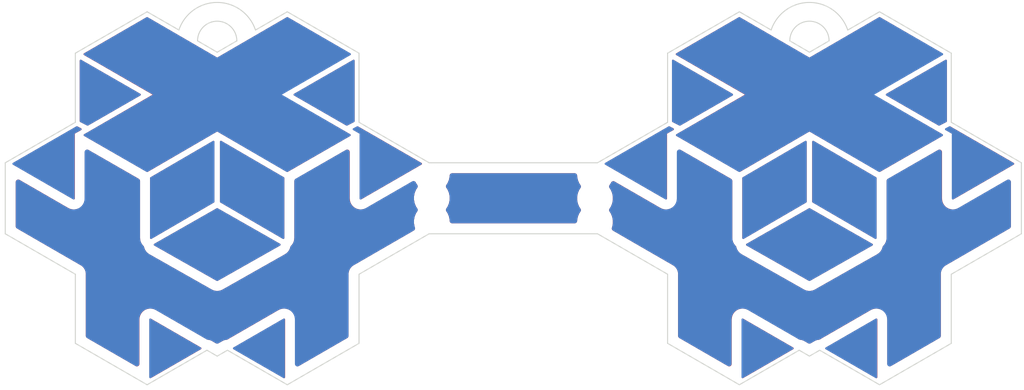
<source format=kicad_pcb>
(kicad_pcb (version 20171130) (host pcbnew "(5.1.5)-3")

  (general
    (thickness 1.6)
    (drawings 48)
    (tracks 0)
    (zones 0)
    (modules 10)
    (nets 1)
  )

  (page A4)
  (layers
    (0 F.Cu signal)
    (31 B.Cu signal)
    (32 B.Adhes user)
    (33 F.Adhes user)
    (34 B.Paste user)
    (35 F.Paste user)
    (36 B.SilkS user)
    (37 F.SilkS user)
    (38 B.Mask user)
    (39 F.Mask user)
    (40 Dwgs.User user hide)
    (41 Cmts.User user)
    (42 Eco1.User user)
    (43 Eco2.User user)
    (44 Edge.Cuts user)
    (45 Margin user)
    (46 B.CrtYd user hide)
    (47 F.CrtYd user hide)
    (48 B.Fab user hide)
    (49 F.Fab user hide)
  )

  (setup
    (last_trace_width 0.25)
    (trace_clearance 0.2)
    (zone_clearance 0.508)
    (zone_45_only no)
    (trace_min 0.2)
    (via_size 0.8)
    (via_drill 0.4)
    (via_min_size 0.4)
    (via_min_drill 0.3)
    (uvia_size 0.3)
    (uvia_drill 0.1)
    (uvias_allowed no)
    (uvia_min_size 0.2)
    (uvia_min_drill 0.1)
    (edge_width 0.05)
    (segment_width 0.2)
    (pcb_text_width 0.3)
    (pcb_text_size 1.5 1.5)
    (mod_edge_width 0.12)
    (mod_text_size 1 1)
    (mod_text_width 0.15)
    (pad_size 1.524 1.524)
    (pad_drill 0.762)
    (pad_to_mask_clearance 0.051)
    (solder_mask_min_width 0.25)
    (aux_axis_origin 0 0)
    (visible_elements 7FFFFFFF)
    (pcbplotparams
      (layerselection 0x010f0_ffffffff)
      (usegerberextensions true)
      (usegerberattributes false)
      (usegerberadvancedattributes false)
      (creategerberjobfile false)
      (excludeedgelayer true)
      (linewidth 0.100000)
      (plotframeref false)
      (viasonmask false)
      (mode 1)
      (useauxorigin false)
      (hpglpennumber 1)
      (hpglpenspeed 20)
      (hpglpendiameter 15.000000)
      (psnegative false)
      (psa4output false)
      (plotreference true)
      (plotvalue true)
      (plotinvisibletext false)
      (padsonsilk false)
      (subtractmaskfromsilk true)
      (outputformat 1)
      (mirror false)
      (drillshape 0)
      (scaleselection 1)
      (outputdirectory "../gerbers/"))
  )

  (net 0 "")

  (net_class Default "This is the default net class."
    (clearance 0.2)
    (trace_width 0.25)
    (via_dia 0.8)
    (via_drill 0.4)
    (uvia_dia 0.3)
    (uvia_drill 0.1)
  )

  (module keyboard_parts:panelhole (layer F.Cu) (tedit 5E65E791) (tstamp 5E94CA85)
    (at 207.16 101.35)
    (fp_text reference REF** (at 0.02 1.65) (layer Dwgs.User) hide
      (effects (font (size 1 1) (thickness 0.15)))
    )
    (fp_text value panelhole (at -0.01 -1.25) (layer F.Fab)
      (effects (font (size 1 1) (thickness 0.15)))
    )
    (pad "" np_thru_hole circle (at 0 0) (size 0.8 0.8) (drill 0.8) (layers *.Cu *.Mask))
  )

  (module keyboard_parts:panelhole (layer F.Cu) (tedit 5E65E791) (tstamp 5E94CA81)
    (at 207.16 98.95)
    (fp_text reference REF** (at 0.02 1.65) (layer Dwgs.User) hide
      (effects (font (size 1 1) (thickness 0.15)))
    )
    (fp_text value panelhole (at -0.01 -1.25) (layer F.Fab)
      (effects (font (size 1 1) (thickness 0.15)))
    )
    (pad "" np_thru_hole circle (at 0 0) (size 0.8 0.8) (drill 0.8) (layers *.Cu *.Mask))
  )

  (module keyboard_parts:panelhole (layer F.Cu) (tedit 5E65E791) (tstamp 5E94CA7D)
    (at 207.16 100.15)
    (fp_text reference REF** (at 0.02 1.65) (layer Dwgs.User) hide
      (effects (font (size 1 1) (thickness 0.15)))
    )
    (fp_text value panelhole (at -0.01 -1.25) (layer F.Fab)
      (effects (font (size 1 1) (thickness 0.15)))
    )
    (pad "" np_thru_hole circle (at 0 0) (size 0.8 0.8) (drill 0.8) (layers *.Cu *.Mask))
  )

  (module keyboard_parts:panelhole (layer F.Cu) (tedit 5E65E791) (tstamp 5E94CA5B)
    (at 198.85 101.34)
    (fp_text reference REF** (at 0.02 1.65) (layer Dwgs.User) hide
      (effects (font (size 1 1) (thickness 0.15)))
    )
    (fp_text value panelhole (at -0.01 -1.25) (layer F.Fab)
      (effects (font (size 1 1) (thickness 0.15)))
    )
    (pad "" np_thru_hole circle (at 0 0) (size 0.8 0.8) (drill 0.8) (layers *.Cu *.Mask))
  )

  (module keyboard_parts:panelhole (layer F.Cu) (tedit 5E65E791) (tstamp 5E94CA17)
    (at 198.85 100.14)
    (fp_text reference REF** (at 0.02 1.65) (layer Dwgs.User) hide
      (effects (font (size 1 1) (thickness 0.15)))
    )
    (fp_text value panelhole (at -0.01 -1.25) (layer F.Fab)
      (effects (font (size 1 1) (thickness 0.15)))
    )
    (pad "" np_thru_hole circle (at 0 0) (size 0.8 0.8) (drill 0.8) (layers *.Cu *.Mask))
  )

  (module keyboard_parts:panelhole (layer F.Cu) (tedit 5E65E791) (tstamp 5E94CA06)
    (at 198.85 98.94)
    (fp_text reference REF** (at 0.02 1.65) (layer Dwgs.User) hide
      (effects (font (size 1 1) (thickness 0.15)))
    )
    (fp_text value panelhole (at -0.01 -1.25) (layer F.Fab)
      (effects (font (size 1 1) (thickness 0.15)))
    )
    (pad "" np_thru_hole circle (at 0 0) (size 0.8 0.8) (drill 0.8) (layers *.Cu *.Mask))
  )

  (module Used_Footprints:Charm (layer F.Cu) (tedit 5E946857) (tstamp 5E94C81F)
    (at 218.08 100.46)
    (fp_text reference REF** (at 0.58 -28.19) (layer Dwgs.User) hide
      (effects (font (size 1 1) (thickness 0.15)))
    )
    (fp_text value Charm (at 0.58 -29.19) (layer F.Fab) hide
      (effects (font (size 1 1) (thickness 0.15)))
    )
    (fp_poly (pts (xy -0.19 -0.14) (xy -3.37 1.71) (xy -3.37 -1.34) (xy -0.19 -3.19)) (layer F.Cu) (width 0.1))
    (fp_poly (pts (xy 0.19 -0.14) (xy 3.37 1.71) (xy 3.37 -1.34) (xy 0.19 -3.19)) (layer F.Cu) (width 0.1))
    (fp_poly (pts (xy 3.18 2.05) (xy 0 3.85) (xy -3.18 2.05) (xy 0 0.24)) (layer F.Cu) (width 0.1))
    (fp_poly (pts (xy -0.85 7.33) (xy -3.4 8.8) (xy -3.4 5.86)) (layer F.Cu) (width 0.1))
    (fp_poly (pts (xy 10.38 -2.07) (xy 7.31 -0.3) (xy 7.31 -3.63) (xy 6.96 -3.83)
      (xy 7.15 -3.93)) (layer F.Cu) (width 0.1))
    (fp_poly (pts (xy 0.86 7.33) (xy 3.41 8.8) (xy 3.41 5.86)) (layer F.Cu) (width 0.1))
    (fp_poly (pts (xy -10.37 -2.07) (xy -7.3 -0.3) (xy -7.3 -3.63) (xy -6.95 -3.83)
      (xy -7.14 -3.93)) (layer F.Cu) (width 0.1))
    (fp_poly (pts (xy -3.94 -5.59) (xy -6.6 -4.06) (xy -6.95 -4.24) (xy -6.95 -7.32)) (layer F.Cu) (width 0.1))
    (fp_poly (pts (xy 3.94 -5.59) (xy 6.6 -4.06) (xy 6.95 -4.24) (xy 6.95 -7.32)) (layer F.Cu) (width 0.1))
    (fp_poly (pts (xy 0 -7.42) (xy 3.57 -9.49) (xy 6.75 -7.65) (xy 3.17 -5.59)
      (xy 6.75 -3.53) (xy 3.57 -1.7) (xy 0 -3.77) (xy -3.56 -1.7)
      (xy -6.75 -3.53) (xy -3.19 -5.59) (xy -6.76 -7.65) (xy -3.57 -9.49)) (layer F.Cu) (width 0.1))
    (fp_poly (pts (xy -0.85 7.33) (xy -3.4 8.8) (xy -3.4 5.86)) (layer F.Paste) (width 0.1))
    (fp_poly (pts (xy -0.85 7.33) (xy -3.4 8.8) (xy -3.4 5.86)) (layer F.Mask) (width 0.1))
    (fp_poly (pts (xy 0.86 7.33) (xy 3.41 8.8) (xy 3.41 5.86)) (layer F.Paste) (width 0.1))
    (fp_poly (pts (xy 0.86 7.33) (xy 3.41 8.8) (xy 3.41 5.86)) (layer F.Mask) (width 0.1))
    (fp_poly (pts (xy 3.18 2.05) (xy 0 3.85) (xy -3.18 2.05) (xy 0 0.24)) (layer F.Paste) (width 0.1))
    (fp_poly (pts (xy 3.18 2.05) (xy 0 3.85) (xy -3.18 2.05) (xy 0 0.24)) (layer F.Mask) (width 0.1))
    (fp_poly (pts (xy 0.19 -0.14) (xy 3.37 1.71) (xy 3.37 -1.34) (xy 0.19 -3.19)) (layer F.Paste) (width 0.1))
    (fp_poly (pts (xy 0.19 -0.14) (xy 3.37 1.71) (xy 3.37 -1.34) (xy 0.19 -3.19)) (layer F.Mask) (width 0.1))
    (fp_poly (pts (xy -0.19 -0.14) (xy -3.37 1.71) (xy -3.37 -1.34) (xy -0.19 -3.19)) (layer F.Paste) (width 0.1))
    (fp_poly (pts (xy -0.19 -0.14) (xy -3.37 1.71) (xy -3.37 -1.34) (xy -0.19 -3.19)) (layer F.Mask) (width 0.1))
    (fp_poly (pts (xy 10.38 -2.07) (xy 7.31 -0.3) (xy 7.31 -3.63) (xy 6.96 -3.83)
      (xy 7.15 -3.93)) (layer F.Paste) (width 0.1))
    (fp_poly (pts (xy 10.38 -2.07) (xy 7.31 -0.3) (xy 7.31 -3.63) (xy 6.96 -3.83)
      (xy 7.15 -3.93)) (layer F.Mask) (width 0.1))
    (fp_poly (pts (xy -10.37 -2.07) (xy -7.3 -0.3) (xy -7.3 -3.63) (xy -6.95 -3.83)
      (xy -7.14 -3.93)) (layer F.Paste) (width 0.1))
    (fp_poly (pts (xy -10.37 -2.07) (xy -7.3 -0.3) (xy -7.3 -3.63) (xy -6.95 -3.83)
      (xy -7.14 -3.93)) (layer F.Mask) (width 0.1))
    (fp_poly (pts (xy 0 -7.42) (xy 3.57 -9.49) (xy 6.75 -7.65) (xy 3.17 -5.59)
      (xy 6.75 -3.53) (xy 3.57 -1.7) (xy 0 -3.77) (xy -3.56 -1.7)
      (xy -6.75 -3.53) (xy -3.19 -5.59) (xy -6.76 -7.65) (xy -3.57 -9.49)) (layer F.Paste) (width 0.1))
    (fp_poly (pts (xy 0 -7.42) (xy 3.57 -9.49) (xy 6.75 -7.65) (xy 3.17 -5.59)
      (xy 6.75 -3.53) (xy 3.57 -1.7) (xy 0 -3.77) (xy -3.56 -1.7)
      (xy -6.75 -3.53) (xy -3.19 -5.59) (xy -6.76 -7.65) (xy -3.57 -9.49)) (layer F.Mask) (width 0.1))
    (fp_poly (pts (xy 3.94 -5.59) (xy 6.6 -4.06) (xy 6.95 -4.24) (xy 6.95 -7.32)) (layer F.Paste) (width 0.1))
    (fp_poly (pts (xy 3.94 -5.59) (xy 6.6 -4.06) (xy 6.95 -4.24) (xy 6.95 -7.32)) (layer F.Mask) (width 0.1))
    (fp_poly (pts (xy -3.94 -5.59) (xy -6.6 -4.06) (xy -6.95 -4.24) (xy -6.95 -7.32)) (layer F.Paste) (width 0.1))
    (fp_poly (pts (xy -3.94 -5.59) (xy -6.6 -4.06) (xy -6.95 -4.24) (xy -6.95 -7.32)) (layer F.Mask) (width 0.1))
  )

  (module Used_Footprints:Charm (layer B.Cu) (tedit 5E946857) (tstamp 5E94C6DC)
    (at 218.08 100.46 180)
    (fp_text reference REF** (at 0.58 28.19) (layer Dwgs.User) hide
      (effects (font (size 1 1) (thickness 0.15)) (justify mirror))
    )
    (fp_text value Charm (at 0.58 29.19) (layer B.Fab) hide
      (effects (font (size 1 1) (thickness 0.15)) (justify mirror))
    )
    (fp_poly (pts (xy -3.94 5.59) (xy -6.6 4.06) (xy -6.95 4.24) (xy -6.95 7.32)) (layer B.Mask) (width 0.1))
    (fp_poly (pts (xy -3.94 5.59) (xy -6.6 4.06) (xy -6.95 4.24) (xy -6.95 7.32)) (layer B.Paste) (width 0.1))
    (fp_poly (pts (xy 3.94 5.59) (xy 6.6 4.06) (xy 6.95 4.24) (xy 6.95 7.32)) (layer B.Mask) (width 0.1))
    (fp_poly (pts (xy 3.94 5.59) (xy 6.6 4.06) (xy 6.95 4.24) (xy 6.95 7.32)) (layer B.Paste) (width 0.1))
    (fp_poly (pts (xy 0 7.42) (xy 3.57 9.49) (xy 6.75 7.65) (xy 3.17 5.59)
      (xy 6.75 3.53) (xy 3.57 1.7) (xy 0 3.77) (xy -3.56 1.7)
      (xy -6.75 3.53) (xy -3.19 5.59) (xy -6.76 7.65) (xy -3.57 9.49)) (layer B.Mask) (width 0.1))
    (fp_poly (pts (xy 0 7.42) (xy 3.57 9.49) (xy 6.75 7.65) (xy 3.17 5.59)
      (xy 6.75 3.53) (xy 3.57 1.7) (xy 0 3.77) (xy -3.56 1.7)
      (xy -6.75 3.53) (xy -3.19 5.59) (xy -6.76 7.65) (xy -3.57 9.49)) (layer B.Paste) (width 0.1))
    (fp_poly (pts (xy -10.37 2.07) (xy -7.3 0.3) (xy -7.3 3.63) (xy -6.95 3.83)
      (xy -7.14 3.93)) (layer B.Mask) (width 0.1))
    (fp_poly (pts (xy -10.37 2.07) (xy -7.3 0.3) (xy -7.3 3.63) (xy -6.95 3.83)
      (xy -7.14 3.93)) (layer B.Paste) (width 0.1))
    (fp_poly (pts (xy 10.38 2.07) (xy 7.31 0.3) (xy 7.31 3.63) (xy 6.96 3.83)
      (xy 7.15 3.93)) (layer B.Mask) (width 0.1))
    (fp_poly (pts (xy 10.38 2.07) (xy 7.31 0.3) (xy 7.31 3.63) (xy 6.96 3.83)
      (xy 7.15 3.93)) (layer B.Paste) (width 0.1))
    (fp_poly (pts (xy -0.19 0.14) (xy -3.37 -1.71) (xy -3.37 1.34) (xy -0.19 3.19)) (layer B.Mask) (width 0.1))
    (fp_poly (pts (xy -0.19 0.14) (xy -3.37 -1.71) (xy -3.37 1.34) (xy -0.19 3.19)) (layer B.Paste) (width 0.1))
    (fp_poly (pts (xy 0.19 0.14) (xy 3.37 -1.71) (xy 3.37 1.34) (xy 0.19 3.19)) (layer B.Mask) (width 0.1))
    (fp_poly (pts (xy 0.19 0.14) (xy 3.37 -1.71) (xy 3.37 1.34) (xy 0.19 3.19)) (layer B.Paste) (width 0.1))
    (fp_poly (pts (xy 3.18 -2.05) (xy 0 -3.85) (xy -3.18 -2.05) (xy 0 -0.24)) (layer B.Mask) (width 0.1))
    (fp_poly (pts (xy 3.18 -2.05) (xy 0 -3.85) (xy -3.18 -2.05) (xy 0 -0.24)) (layer B.Paste) (width 0.1))
    (fp_poly (pts (xy 0.86 -7.33) (xy 3.41 -8.8) (xy 3.41 -5.86)) (layer B.Mask) (width 0.1))
    (fp_poly (pts (xy 0.86 -7.33) (xy 3.41 -8.8) (xy 3.41 -5.86)) (layer B.Paste) (width 0.1))
    (fp_poly (pts (xy -0.85 -7.33) (xy -3.4 -8.8) (xy -3.4 -5.86)) (layer B.Mask) (width 0.1))
    (fp_poly (pts (xy -0.85 -7.33) (xy -3.4 -8.8) (xy -3.4 -5.86)) (layer B.Paste) (width 0.1))
    (fp_poly (pts (xy 0 7.42) (xy 3.57 9.49) (xy 6.75 7.65) (xy 3.17 5.59)
      (xy 6.75 3.53) (xy 3.57 1.7) (xy 0 3.77) (xy -3.56 1.7)
      (xy -6.75 3.53) (xy -3.19 5.59) (xy -6.76 7.65) (xy -3.57 9.49)) (layer B.Cu) (width 0.1))
    (fp_poly (pts (xy 3.94 5.59) (xy 6.6 4.06) (xy 6.95 4.24) (xy 6.95 7.32)) (layer B.Cu) (width 0.1))
    (fp_poly (pts (xy -3.94 5.59) (xy -6.6 4.06) (xy -6.95 4.24) (xy -6.95 7.32)) (layer B.Cu) (width 0.1))
    (fp_poly (pts (xy -10.37 2.07) (xy -7.3 0.3) (xy -7.3 3.63) (xy -6.95 3.83)
      (xy -7.14 3.93)) (layer B.Cu) (width 0.1))
    (fp_poly (pts (xy 0.86 -7.33) (xy 3.41 -8.8) (xy 3.41 -5.86)) (layer B.Cu) (width 0.1))
    (fp_poly (pts (xy 10.38 2.07) (xy 7.31 0.3) (xy 7.31 3.63) (xy 6.96 3.83)
      (xy 7.15 3.93)) (layer B.Cu) (width 0.1))
    (fp_poly (pts (xy -0.85 -7.33) (xy -3.4 -8.8) (xy -3.4 -5.86)) (layer B.Cu) (width 0.1))
    (fp_poly (pts (xy 3.18 -2.05) (xy 0 -3.85) (xy -3.18 -2.05) (xy 0 -0.24)) (layer B.Cu) (width 0.1))
    (fp_poly (pts (xy 0.19 0.14) (xy 3.37 -1.71) (xy 3.37 1.34) (xy 0.19 3.19)) (layer B.Cu) (width 0.1))
    (fp_poly (pts (xy -0.19 0.14) (xy -3.37 -1.71) (xy -3.37 1.34) (xy -0.19 3.19)) (layer B.Cu) (width 0.1))
  )

  (module Used_Footprints:Charm (layer B.Cu) (tedit 5E946857) (tstamp 5E94C386)
    (at 187.92 100.46 180)
    (fp_text reference REF** (at 0.58 28.19) (layer Dwgs.User) hide
      (effects (font (size 1 1) (thickness 0.15)) (justify mirror))
    )
    (fp_text value Charm (at 0.58 29.19) (layer B.Fab) hide
      (effects (font (size 1 1) (thickness 0.15)) (justify mirror))
    )
    (fp_poly (pts (xy -0.19 0.14) (xy -3.37 -1.71) (xy -3.37 1.34) (xy -0.19 3.19)) (layer B.Cu) (width 0.1))
    (fp_poly (pts (xy 0.19 0.14) (xy 3.37 -1.71) (xy 3.37 1.34) (xy 0.19 3.19)) (layer B.Cu) (width 0.1))
    (fp_poly (pts (xy 3.18 -2.05) (xy 0 -3.85) (xy -3.18 -2.05) (xy 0 -0.24)) (layer B.Cu) (width 0.1))
    (fp_poly (pts (xy -0.85 -7.33) (xy -3.4 -8.8) (xy -3.4 -5.86)) (layer B.Cu) (width 0.1))
    (fp_poly (pts (xy 10.38 2.07) (xy 7.31 0.3) (xy 7.31 3.63) (xy 6.96 3.83)
      (xy 7.15 3.93)) (layer B.Cu) (width 0.1))
    (fp_poly (pts (xy 0.86 -7.33) (xy 3.41 -8.8) (xy 3.41 -5.86)) (layer B.Cu) (width 0.1))
    (fp_poly (pts (xy -10.37 2.07) (xy -7.3 0.3) (xy -7.3 3.63) (xy -6.95 3.83)
      (xy -7.14 3.93)) (layer B.Cu) (width 0.1))
    (fp_poly (pts (xy -3.94 5.59) (xy -6.6 4.06) (xy -6.95 4.24) (xy -6.95 7.32)) (layer B.Cu) (width 0.1))
    (fp_poly (pts (xy 3.94 5.59) (xy 6.6 4.06) (xy 6.95 4.24) (xy 6.95 7.32)) (layer B.Cu) (width 0.1))
    (fp_poly (pts (xy 0 7.42) (xy 3.57 9.49) (xy 6.75 7.65) (xy 3.17 5.59)
      (xy 6.75 3.53) (xy 3.57 1.7) (xy 0 3.77) (xy -3.56 1.7)
      (xy -6.75 3.53) (xy -3.19 5.59) (xy -6.76 7.65) (xy -3.57 9.49)) (layer B.Cu) (width 0.1))
    (fp_poly (pts (xy -0.85 -7.33) (xy -3.4 -8.8) (xy -3.4 -5.86)) (layer B.Paste) (width 0.1))
    (fp_poly (pts (xy -0.85 -7.33) (xy -3.4 -8.8) (xy -3.4 -5.86)) (layer B.Mask) (width 0.1))
    (fp_poly (pts (xy 0.86 -7.33) (xy 3.41 -8.8) (xy 3.41 -5.86)) (layer B.Paste) (width 0.1))
    (fp_poly (pts (xy 0.86 -7.33) (xy 3.41 -8.8) (xy 3.41 -5.86)) (layer B.Mask) (width 0.1))
    (fp_poly (pts (xy 3.18 -2.05) (xy 0 -3.85) (xy -3.18 -2.05) (xy 0 -0.24)) (layer B.Paste) (width 0.1))
    (fp_poly (pts (xy 3.18 -2.05) (xy 0 -3.85) (xy -3.18 -2.05) (xy 0 -0.24)) (layer B.Mask) (width 0.1))
    (fp_poly (pts (xy 0.19 0.14) (xy 3.37 -1.71) (xy 3.37 1.34) (xy 0.19 3.19)) (layer B.Paste) (width 0.1))
    (fp_poly (pts (xy 0.19 0.14) (xy 3.37 -1.71) (xy 3.37 1.34) (xy 0.19 3.19)) (layer B.Mask) (width 0.1))
    (fp_poly (pts (xy -0.19 0.14) (xy -3.37 -1.71) (xy -3.37 1.34) (xy -0.19 3.19)) (layer B.Paste) (width 0.1))
    (fp_poly (pts (xy -0.19 0.14) (xy -3.37 -1.71) (xy -3.37 1.34) (xy -0.19 3.19)) (layer B.Mask) (width 0.1))
    (fp_poly (pts (xy 10.38 2.07) (xy 7.31 0.3) (xy 7.31 3.63) (xy 6.96 3.83)
      (xy 7.15 3.93)) (layer B.Paste) (width 0.1))
    (fp_poly (pts (xy 10.38 2.07) (xy 7.31 0.3) (xy 7.31 3.63) (xy 6.96 3.83)
      (xy 7.15 3.93)) (layer B.Mask) (width 0.1))
    (fp_poly (pts (xy -10.37 2.07) (xy -7.3 0.3) (xy -7.3 3.63) (xy -6.95 3.83)
      (xy -7.14 3.93)) (layer B.Paste) (width 0.1))
    (fp_poly (pts (xy -10.37 2.07) (xy -7.3 0.3) (xy -7.3 3.63) (xy -6.95 3.83)
      (xy -7.14 3.93)) (layer B.Mask) (width 0.1))
    (fp_poly (pts (xy 0 7.42) (xy 3.57 9.49) (xy 6.75 7.65) (xy 3.17 5.59)
      (xy 6.75 3.53) (xy 3.57 1.7) (xy 0 3.77) (xy -3.56 1.7)
      (xy -6.75 3.53) (xy -3.19 5.59) (xy -6.76 7.65) (xy -3.57 9.49)) (layer B.Paste) (width 0.1))
    (fp_poly (pts (xy 0 7.42) (xy 3.57 9.49) (xy 6.75 7.65) (xy 3.17 5.59)
      (xy 6.75 3.53) (xy 3.57 1.7) (xy 0 3.77) (xy -3.56 1.7)
      (xy -6.75 3.53) (xy -3.19 5.59) (xy -6.76 7.65) (xy -3.57 9.49)) (layer B.Mask) (width 0.1))
    (fp_poly (pts (xy 3.94 5.59) (xy 6.6 4.06) (xy 6.95 4.24) (xy 6.95 7.32)) (layer B.Paste) (width 0.1))
    (fp_poly (pts (xy 3.94 5.59) (xy 6.6 4.06) (xy 6.95 4.24) (xy 6.95 7.32)) (layer B.Mask) (width 0.1))
    (fp_poly (pts (xy -3.94 5.59) (xy -6.6 4.06) (xy -6.95 4.24) (xy -6.95 7.32)) (layer B.Paste) (width 0.1))
    (fp_poly (pts (xy -3.94 5.59) (xy -6.6 4.06) (xy -6.95 4.24) (xy -6.95 7.32)) (layer B.Mask) (width 0.1))
  )

  (module Used_Footprints:Charm (layer F.Cu) (tedit 5E946857) (tstamp 5E94C363)
    (at 187.92 100.46)
    (fp_text reference REF** (at 0.58 -28.19) (layer Dwgs.User) hide
      (effects (font (size 1 1) (thickness 0.15)))
    )
    (fp_text value Charm (at 0.58 -29.19) (layer F.Fab) hide
      (effects (font (size 1 1) (thickness 0.15)))
    )
    (fp_poly (pts (xy -3.94 -5.59) (xy -6.6 -4.06) (xy -6.95 -4.24) (xy -6.95 -7.32)) (layer F.Mask) (width 0.1))
    (fp_poly (pts (xy -3.94 -5.59) (xy -6.6 -4.06) (xy -6.95 -4.24) (xy -6.95 -7.32)) (layer F.Paste) (width 0.1))
    (fp_poly (pts (xy 3.94 -5.59) (xy 6.6 -4.06) (xy 6.95 -4.24) (xy 6.95 -7.32)) (layer F.Mask) (width 0.1))
    (fp_poly (pts (xy 3.94 -5.59) (xy 6.6 -4.06) (xy 6.95 -4.24) (xy 6.95 -7.32)) (layer F.Paste) (width 0.1))
    (fp_poly (pts (xy 0 -7.42) (xy 3.57 -9.49) (xy 6.75 -7.65) (xy 3.17 -5.59)
      (xy 6.75 -3.53) (xy 3.57 -1.7) (xy 0 -3.77) (xy -3.56 -1.7)
      (xy -6.75 -3.53) (xy -3.19 -5.59) (xy -6.76 -7.65) (xy -3.57 -9.49)) (layer F.Mask) (width 0.1))
    (fp_poly (pts (xy 0 -7.42) (xy 3.57 -9.49) (xy 6.75 -7.65) (xy 3.17 -5.59)
      (xy 6.75 -3.53) (xy 3.57 -1.7) (xy 0 -3.77) (xy -3.56 -1.7)
      (xy -6.75 -3.53) (xy -3.19 -5.59) (xy -6.76 -7.65) (xy -3.57 -9.49)) (layer F.Paste) (width 0.1))
    (fp_poly (pts (xy -10.37 -2.07) (xy -7.3 -0.3) (xy -7.3 -3.63) (xy -6.95 -3.83)
      (xy -7.14 -3.93)) (layer F.Mask) (width 0.1))
    (fp_poly (pts (xy -10.37 -2.07) (xy -7.3 -0.3) (xy -7.3 -3.63) (xy -6.95 -3.83)
      (xy -7.14 -3.93)) (layer F.Paste) (width 0.1))
    (fp_poly (pts (xy 10.38 -2.07) (xy 7.31 -0.3) (xy 7.31 -3.63) (xy 6.96 -3.83)
      (xy 7.15 -3.93)) (layer F.Mask) (width 0.1))
    (fp_poly (pts (xy 10.38 -2.07) (xy 7.31 -0.3) (xy 7.31 -3.63) (xy 6.96 -3.83)
      (xy 7.15 -3.93)) (layer F.Paste) (width 0.1))
    (fp_poly (pts (xy -0.19 -0.14) (xy -3.37 1.71) (xy -3.37 -1.34) (xy -0.19 -3.19)) (layer F.Mask) (width 0.1))
    (fp_poly (pts (xy -0.19 -0.14) (xy -3.37 1.71) (xy -3.37 -1.34) (xy -0.19 -3.19)) (layer F.Paste) (width 0.1))
    (fp_poly (pts (xy 0.19 -0.14) (xy 3.37 1.71) (xy 3.37 -1.34) (xy 0.19 -3.19)) (layer F.Mask) (width 0.1))
    (fp_poly (pts (xy 0.19 -0.14) (xy 3.37 1.71) (xy 3.37 -1.34) (xy 0.19 -3.19)) (layer F.Paste) (width 0.1))
    (fp_poly (pts (xy 3.18 2.05) (xy 0 3.85) (xy -3.18 2.05) (xy 0 0.24)) (layer F.Mask) (width 0.1))
    (fp_poly (pts (xy 3.18 2.05) (xy 0 3.85) (xy -3.18 2.05) (xy 0 0.24)) (layer F.Paste) (width 0.1))
    (fp_poly (pts (xy 0.86 7.33) (xy 3.41 8.8) (xy 3.41 5.86)) (layer F.Mask) (width 0.1))
    (fp_poly (pts (xy 0.86 7.33) (xy 3.41 8.8) (xy 3.41 5.86)) (layer F.Paste) (width 0.1))
    (fp_poly (pts (xy -0.85 7.33) (xy -3.4 8.8) (xy -3.4 5.86)) (layer F.Mask) (width 0.1))
    (fp_poly (pts (xy -0.85 7.33) (xy -3.4 8.8) (xy -3.4 5.86)) (layer F.Paste) (width 0.1))
    (fp_poly (pts (xy 0 -7.42) (xy 3.57 -9.49) (xy 6.75 -7.65) (xy 3.17 -5.59)
      (xy 6.75 -3.53) (xy 3.57 -1.7) (xy 0 -3.77) (xy -3.56 -1.7)
      (xy -6.75 -3.53) (xy -3.19 -5.59) (xy -6.76 -7.65) (xy -3.57 -9.49)) (layer F.Cu) (width 0.1))
    (fp_poly (pts (xy 3.94 -5.59) (xy 6.6 -4.06) (xy 6.95 -4.24) (xy 6.95 -7.32)) (layer F.Cu) (width 0.1))
    (fp_poly (pts (xy -3.94 -5.59) (xy -6.6 -4.06) (xy -6.95 -4.24) (xy -6.95 -7.32)) (layer F.Cu) (width 0.1))
    (fp_poly (pts (xy -10.37 -2.07) (xy -7.3 -0.3) (xy -7.3 -3.63) (xy -6.95 -3.83)
      (xy -7.14 -3.93)) (layer F.Cu) (width 0.1))
    (fp_poly (pts (xy 0.86 7.33) (xy 3.41 8.8) (xy 3.41 5.86)) (layer F.Cu) (width 0.1))
    (fp_poly (pts (xy 10.38 -2.07) (xy 7.31 -0.3) (xy 7.31 -3.63) (xy 6.96 -3.83)
      (xy 7.15 -3.93)) (layer F.Cu) (width 0.1))
    (fp_poly (pts (xy -0.85 7.33) (xy -3.4 8.8) (xy -3.4 5.86)) (layer F.Cu) (width 0.1))
    (fp_poly (pts (xy 3.18 2.05) (xy 0 3.85) (xy -3.18 2.05) (xy 0 0.24)) (layer F.Cu) (width 0.1))
    (fp_poly (pts (xy 0.19 -0.14) (xy 3.37 1.71) (xy 3.37 -1.34) (xy 0.19 -3.19)) (layer F.Cu) (width 0.1))
    (fp_poly (pts (xy -0.19 -0.14) (xy -3.37 1.71) (xy -3.37 -1.34) (xy -0.19 -3.19)) (layer F.Cu) (width 0.1))
  )

  (gr_line (start 198.712252 101.955144) (end 207.288183 101.955144) (layer Edge.Cuts) (width 0.05) (tstamp 5E94CA70))
  (gr_line (start 198.712252 98.33873) (end 207.288183 98.33873) (layer Edge.Cuts) (width 0.05) (tstamp 5E94CA6F))
  (gr_line (start 210.857003 92.75924) (end 214.511565 90.649308) (layer Edge.Cuts) (width 0.05) (tstamp 5E94C6D9))
  (gr_line (start 217.558128 107.884516) (end 214.511398 109.643543) (layer Edge.Cuts) (width 0.05) (tstamp 5E94C6D8))
  (gr_line (start 218.080218 108.185923) (end 217.558128 107.884516) (layer Edge.Cuts) (width 0.05) (tstamp 5E94C6D7))
  (gr_line (start 221.649071 90.649208) (end 225.303433 92.759051) (layer Edge.Cuts) (width 0.05) (tstamp 5E94C6D6))
  (gr_line (start 214.511398 109.643543) (end 210.857414 107.533923) (layer Edge.Cuts) (width 0.05) (tstamp 5E94C6D5))
  (gr_line (start 225.302999 107.533923) (end 221.64887 109.643621) (layer Edge.Cuts) (width 0.05) (tstamp 5E94C6D4))
  (gr_line (start 218.602152 107.884582) (end 218.080218 108.185923) (layer Edge.Cuts) (width 0.05) (tstamp 5E94C6D3))
  (gr_line (start 225.303433 96.278262) (end 228.872252 98.33873) (layer Edge.Cuts) (width 0.05) (tstamp 5E94C6D2))
  (gr_line (start 225.303054 104.015846) (end 225.302999 107.533923) (layer Edge.Cuts) (width 0.05) (tstamp 5E94C6D1))
  (gr_line (start 228.872252 101.955144) (end 225.303054 104.015846) (layer Edge.Cuts) (width 0.05) (tstamp 5E94C6D0))
  (gr_line (start 225.303433 92.759051) (end 225.303433 96.278262) (layer Edge.Cuts) (width 0.05) (tstamp 5E94C6CF))
  (gr_line (start 210.857003 96.278284) (end 210.857003 92.75924) (layer Edge.Cuts) (width 0.05) (tstamp 5E94C6CE))
  (gr_line (start 207.288183 98.338808) (end 210.857003 96.278284) (layer Edge.Cuts) (width 0.05) (tstamp 5E94C6CD))
  (gr_line (start 228.872252 98.33873) (end 228.872252 101.955144) (layer Edge.Cuts) (width 0.05) (tstamp 5E94C6CB))
  (gr_line (start 210.857414 107.533923) (end 210.857381 104.015846) (layer Edge.Cuts) (width 0.05) (tstamp 5E94C6CA))
  (gr_line (start 221.64887 109.643621) (end 218.602152 107.884582) (layer Edge.Cuts) (width 0.05) (tstamp 5E94C6C9))
  (gr_line (start 210.857381 104.015846) (end 207.288183 101.955144) (layer Edge.Cuts) (width 0.05) (tstamp 5E94C6C8))
  (gr_line (start 221.649071 90.649208) (end 220.03 91.58) (layer Edge.Cuts) (width 0.05) (tstamp 5E94C6C7))
  (gr_arc (start 218.08 92.13) (end 219.08 92.13) (angle -180) (layer Edge.Cuts) (width 0.05) (tstamp 5E94C6C6))
  (gr_line (start 218.08024 92.709676) (end 217.08 92.13) (layer Edge.Cuts) (width 0.05) (tstamp 5E94C6C5))
  (gr_line (start 214.511565 90.649308) (end 216.130342 91.578976) (layer Edge.Cuts) (width 0.05) (tstamp 5E94C6C4))
  (gr_arc (start 218.08 92.23) (end 220.03 91.58) (angle -143.1) (layer Edge.Cuts) (width 0.05) (tstamp 5E94C6C3))
  (gr_line (start 219.08 92.13) (end 218.08024 92.709676) (layer Edge.Cuts) (width 0.05) (tstamp 5E94C6C2))
  (gr_line (start 180.697003 92.75924) (end 184.351565 90.649308) (layer Edge.Cuts) (width 0.05) (tstamp 5E945E7D))
  (gr_line (start 180.697003 96.278284) (end 180.697003 92.75924) (layer Edge.Cuts) (width 0.05) (tstamp 5E945E77))
  (gr_line (start 177.128183 98.338808) (end 180.697003 96.278284) (layer Edge.Cuts) (width 0.05) (tstamp 5E945E70))
  (gr_line (start 177.128183 101.955144) (end 177.128183 98.338808) (layer Edge.Cuts) (width 0.05) (tstamp 5E945E69))
  (gr_line (start 180.697381 104.015846) (end 177.128183 101.955144) (layer Edge.Cuts) (width 0.05) (tstamp 5E945E62))
  (gr_line (start 180.697414 107.533923) (end 180.697381 104.015846) (layer Edge.Cuts) (width 0.05) (tstamp 5E945E5C))
  (gr_line (start 184.351398 109.643543) (end 180.697414 107.533923) (layer Edge.Cuts) (width 0.05) (tstamp 5E945E20))
  (gr_line (start 187.398128 107.884516) (end 184.351398 109.643543) (layer Edge.Cuts) (width 0.05) (tstamp 5E945E19))
  (gr_line (start 187.920218 108.185923) (end 187.398128 107.884516) (layer Edge.Cuts) (width 0.05) (tstamp 5E945E13))
  (gr_line (start 188.442152 107.884582) (end 187.920218 108.185923) (layer Edge.Cuts) (width 0.05) (tstamp 5E945E0D))
  (gr_line (start 191.48887 109.643621) (end 188.442152 107.884582) (layer Edge.Cuts) (width 0.05) (tstamp 5E945E08))
  (gr_line (start 195.142999 107.533923) (end 191.48887 109.643621) (layer Edge.Cuts) (width 0.05) (tstamp 5E945E01))
  (gr_line (start 195.143054 104.015846) (end 195.142999 107.533923) (layer Edge.Cuts) (width 0.05) (tstamp 5E945DF9))
  (gr_line (start 198.712252 101.955144) (end 195.143054 104.015846) (layer Edge.Cuts) (width 0.05) (tstamp 5E945DF1))
  (gr_line (start 195.143433 96.278262) (end 198.712252 98.33873) (layer Edge.Cuts) (width 0.05) (tstamp 5E945DE3))
  (gr_line (start 195.143433 92.759051) (end 195.143433 96.278262) (layer Edge.Cuts) (width 0.05) (tstamp 5E945DDB))
  (gr_line (start 191.489071 90.649208) (end 195.143433 92.759051) (layer Edge.Cuts) (width 0.05) (tstamp 5E945DD5))
  (gr_line (start 188.92 92.13) (end 187.92024 92.709676) (layer Edge.Cuts) (width 0.05) (tstamp 5E945DCA))
  (gr_line (start 191.489071 90.649208) (end 189.87 91.58) (layer Edge.Cuts) (width 0.05) (tstamp 5E945DC5))
  (gr_line (start 187.92024 92.709676) (end 186.92 92.13) (layer Edge.Cuts) (width 0.05) (tstamp 5E945DB5))
  (gr_line (start 184.351565 90.649308) (end 185.970342 91.578976) (layer Edge.Cuts) (width 0.05) (tstamp 5E945DA0))
  (gr_arc (start 187.92 92.23) (end 189.87 91.58) (angle -143.1) (layer Edge.Cuts) (width 0.05) (tstamp 5E945D6B))
  (gr_arc (start 187.92 92.13) (end 188.92 92.13) (angle -180) (layer Edge.Cuts) (width 0.05) (tstamp 5E945D52))

  (zone (net 0) (net_name "") (layer F.Cu) (tstamp 0) (hatch edge 0.508)
    (connect_pads (clearance 0.508))
    (min_thickness 0.254)
    (fill yes (arc_segments 32) (thermal_gap 0.508) (thermal_bridge_width 0.508))
    (polygon
      (pts
        (xy 218.61 90.11) (xy 219.15 90.31) (xy 219.73 90.75) (xy 220.1 91.39) (xy 221.72 90.52)
        (xy 225.45 92.67) (xy 225.43 96.18) (xy 229.01 98.26) (xy 229.01 102.02) (xy 225.42 104.1)
        (xy 225.43 107.65) (xy 221.69 109.83) (xy 218.61 108) (xy 218.07 108.34) (xy 217.58 108.03)
        (xy 214.48 109.86) (xy 210.71 107.68) (xy 210.72 104.09) (xy 207.24 102.09) (xy 198.74 102.11)
        (xy 195.3 104.09) (xy 195.3 107.58) (xy 191.42 109.83) (xy 188.45 108.09) (xy 187.87 108.39)
        (xy 187.39 108.13) (xy 184.29 109.93) (xy 180.49 107.77) (xy 180.5 104.28) (xy 176.88 102.15)
        (xy 176.86 98.36) (xy 180.47 96.15) (xy 180.47 92.6) (xy 184.35 90.49) (xy 185.92 91.39)
        (xy 186.03 91.08) (xy 186.3 90.73) (xy 186.78 90.33) (xy 187.37 90.08) (xy 188.09 90.05)
        (xy 188.75 90.19) (xy 189.22 90.43) (xy 189.64 90.82) (xy 189.96 91.37) (xy 191.47 90.47)
        (xy 191.57 90.53) (xy 195.27 92.7) (xy 195.28 96.2) (xy 198.76 98.23) (xy 207.27 98.27)
        (xy 210.73 96.2) (xy 210.73 92.64) (xy 214.53 90.47) (xy 216.08 91.4) (xy 216.25 91.01)
        (xy 216.62 90.61) (xy 217 90.32) (xy 217.44 90.1) (xy 218.08 90.05)
      )
    )
    (filled_polygon
      (pts
        (xy 194.545 100.16) (xy 194.54918 100.202626) (xy 194.55035 100.245444) (xy 194.555688 100.269007) (xy 194.558046 100.293051)
        (xy 194.570426 100.334055) (xy 194.57989 100.375828) (xy 194.589703 100.397903) (xy 194.596686 100.421033) (xy 194.616798 100.458858)
        (xy 194.634193 100.497991) (xy 194.648105 100.517738) (xy 194.659449 100.539073) (xy 194.68652 100.572266) (xy 194.711189 100.607281)
        (xy 194.728677 100.623955) (xy 194.743944 100.642674) (xy 194.776941 100.669972) (xy 194.807947 100.699534) (xy 194.82834 100.712493)
        (xy 194.846953 100.727891) (xy 194.884626 100.748261) (xy 194.92078 100.771235) (xy 194.943302 100.779986) (xy 194.964552 100.791476)
        (xy 195.005465 100.804141) (xy 195.045392 100.819655) (xy 195.069182 100.823865) (xy 195.092262 100.831009) (xy 195.134861 100.835486)
        (xy 195.177036 100.842949) (xy 195.20119 100.842458) (xy 195.225218 100.844983) (xy 195.267874 100.841101) (xy 195.310697 100.84023)
        (xy 195.334294 100.835057) (xy 195.358356 100.832867) (xy 195.39945 100.820772) (xy 195.441284 100.811601) (xy 195.463427 100.801943)
        (xy 195.486606 100.795121) (xy 195.524566 100.775276) (xy 195.563824 100.758153) (xy 195.572143 100.753434) (xy 197.920139 99.399703)
        (xy 197.932795 99.430256) (xy 198.006123 99.54) (xy 197.932795 99.649744) (xy 197.854774 99.838102) (xy 197.815 100.038061)
        (xy 197.815 100.241939) (xy 197.854774 100.441898) (xy 197.932795 100.630256) (xy 198.006123 100.74) (xy 197.932795 100.849744)
        (xy 197.854774 101.038102) (xy 197.815 101.238061) (xy 197.815 101.441939) (xy 197.854774 101.641898) (xy 197.870222 101.679192)
        (xy 194.822387 103.438882) (xy 194.774613 103.464416) (xy 194.741064 103.491948) (xy 194.705778 103.517234) (xy 194.690915 103.533103)
        (xy 194.674114 103.546891) (xy 194.64658 103.58044) (xy 194.616906 103.612123) (xy 194.605427 103.630584) (xy 194.591635 103.647388)
        (xy 194.571173 103.685668) (xy 194.548253 103.722527) (xy 194.540596 103.742872) (xy 194.530348 103.762044) (xy 194.517746 103.803585)
        (xy 194.502459 103.844203) (xy 194.498918 103.865649) (xy 194.492607 103.886453) (xy 194.488352 103.929648) (xy 194.481281 103.972475)
        (xy 194.483054 104.026628) (xy 194.483005 107.152867) (xy 192.015 108.577761) (xy 192.015 106.32) (xy 192.010821 106.277379)
        (xy 192.009654 106.234595) (xy 192.004314 106.211019) (xy 192.001954 106.186949) (xy 191.989578 106.145957) (xy 191.980122 106.104209)
        (xy 191.970303 106.082116) (xy 191.963314 106.058967) (xy 191.943214 106.021164) (xy 191.925827 105.982043) (xy 191.911902 105.962276)
        (xy 191.900551 105.940927) (xy 191.873495 105.907753) (xy 191.848837 105.872749) (xy 191.831336 105.856061) (xy 191.816056 105.837326)
        (xy 191.78307 105.810037) (xy 191.752084 105.780491) (xy 191.731678 105.767522) (xy 191.713047 105.752109) (xy 191.675386 105.731746)
        (xy 191.639255 105.708783) (xy 191.616717 105.700024) (xy 191.595448 105.688524) (xy 191.554549 105.675864) (xy 191.514646 105.660356)
        (xy 191.490839 105.656142) (xy 191.467738 105.648991) (xy 191.425155 105.644515) (xy 191.383002 105.637054) (xy 191.358828 105.637544)
        (xy 191.334782 105.635017) (xy 191.292149 105.638897) (xy 191.249342 105.639765) (xy 191.225723 105.644942) (xy 191.201644 105.647133)
        (xy 191.160568 105.659222) (xy 191.118754 105.668387) (xy 191.096595 105.678051) (xy 191.073394 105.684879) (xy 191.035446 105.704717)
        (xy 190.996211 105.721828) (xy 190.987891 105.726547) (xy 188.437892 107.196547) (xy 188.402519 107.221837) (xy 188.400831 107.222876)
        (xy 188.39878 107.222809) (xy 188.377319 107.226352) (xy 188.355586 107.227064) (xy 188.313322 107.236918) (xy 188.270508 107.243987)
        (xy 188.250161 107.251645) (xy 188.228974 107.256585) (xy 188.189434 107.274501) (xy 188.148832 107.289782) (xy 188.102833 107.318386)
        (xy 187.920204 107.423828) (xy 187.737465 107.318331) (xy 187.691451 107.289717) (xy 187.650826 107.274427) (xy 187.611284 107.256512)
        (xy 187.590112 107.251576) (xy 187.569775 107.243922) (xy 187.526951 107.236852) (xy 187.484671 107.226995) (xy 187.462947 107.226284)
        (xy 187.451652 107.22442) (xy 187.42036 107.201381) (xy 187.412108 107.196546) (xy 184.862108 105.726547) (xy 184.823113 105.708889)
        (xy 184.785448 105.688524) (xy 184.762347 105.681373) (xy 184.740323 105.6714) (xy 184.698639 105.661652) (xy 184.657738 105.648991)
        (xy 184.633691 105.646464) (xy 184.610148 105.640958) (xy 184.567358 105.639492) (xy 184.524782 105.635017) (xy 184.500705 105.637208)
        (xy 184.476537 105.63638) (xy 184.43428 105.643253) (xy 184.391644 105.647133) (xy 184.368444 105.653961) (xy 184.344583 105.657842)
        (xy 184.30447 105.67279) (xy 184.263394 105.684879) (xy 184.241967 105.696081) (xy 184.219309 105.704524) (xy 184.182862 105.72698)
        (xy 184.144919 105.746816) (xy 184.12607 105.761971) (xy 184.10549 105.774651) (xy 184.074102 105.803755) (xy 184.040731 105.830586)
        (xy 184.025189 105.849109) (xy 184.007458 105.865549) (xy 183.982317 105.900201) (xy 183.954797 105.932998) (xy 183.943147 105.954189)
        (xy 183.92895 105.973757) (xy 183.911021 106.012626) (xy 183.890392 106.05015) (xy 183.88308 106.0732) (xy 183.872954 106.095153)
        (xy 183.862915 106.13677) (xy 183.849969 106.17758) (xy 183.847274 106.201606) (xy 183.841603 106.225115) (xy 183.839838 106.2679)
        (xy 183.835067 106.310436) (xy 183.835 106.32) (xy 183.835 108.583301) (xy 181.35741 107.15287) (xy 181.35738 104.026636)
        (xy 181.359154 103.972474) (xy 181.352083 103.929648) (xy 181.347829 103.886457) (xy 181.341517 103.865651) (xy 181.337976 103.844202)
        (xy 181.322687 103.803579) (xy 181.310088 103.762048) (xy 181.299841 103.742877) (xy 181.292181 103.722525) (xy 181.269259 103.685662)
        (xy 181.248802 103.647391) (xy 181.235012 103.630588) (xy 181.223529 103.612122) (xy 181.19385 103.580434) (xy 181.166324 103.546894)
        (xy 181.149525 103.533108) (xy 181.134657 103.517233) (xy 181.099363 103.491941) (xy 181.065825 103.464418) (xy 181.018066 103.438891)
        (xy 177.788183 101.574096) (xy 177.788183 99.318019) (xy 180.277858 100.753434) (xy 180.316877 100.771105) (xy 180.354552 100.791476)
        (xy 180.37763 100.79862) (xy 180.39964 100.808588) (xy 180.441348 100.818344) (xy 180.482262 100.831009) (xy 180.506289 100.833534)
        (xy 180.529814 100.839037) (xy 180.572621 100.840506) (xy 180.615218 100.844983) (xy 180.639278 100.842793) (xy 180.663424 100.843622)
        (xy 180.705696 100.836749) (xy 180.748356 100.832867) (xy 180.771538 100.826044) (xy 180.795379 100.822168) (xy 180.83551 100.807216)
        (xy 180.876606 100.795121) (xy 180.898017 100.783928) (xy 180.920656 100.775493) (xy 180.957121 100.753029) (xy 180.995081 100.733184)
        (xy 181.013913 100.718043) (xy 181.034479 100.705373) (xy 181.065887 100.676254) (xy 181.099269 100.649414) (xy 181.114796 100.630909)
        (xy 181.132516 100.614481) (xy 181.157675 100.579808) (xy 181.185203 100.547002) (xy 181.196841 100.525833) (xy 181.211031 100.506277)
        (xy 181.228975 100.467381) (xy 181.249608 100.42985) (xy 181.256912 100.406824) (xy 181.267034 100.384884) (xy 181.277083 100.343238)
        (xy 181.290031 100.30242) (xy 181.292723 100.278419) (xy 181.298392 100.254925) (xy 181.300161 100.212111) (xy 181.304933 100.169564)
        (xy 181.305 100.16) (xy 181.305 97.797157) (xy 183.865 99.265747) (xy 183.865 102.17) (xy 183.86931 102.213953)
        (xy 183.870689 102.258097) (xy 183.875819 102.280335) (xy 183.878046 102.303051) (xy 183.890812 102.345335) (xy 183.900738 102.388365)
        (xy 183.910089 102.409182) (xy 183.916686 102.431033) (xy 183.937422 102.470033) (xy 183.955517 102.510315) (xy 183.968733 102.52892)
        (xy 183.979449 102.549073) (xy 184.007361 102.583296) (xy 184.032939 102.619303) (xy 184.049521 102.63499) (xy 184.063944 102.652674)
        (xy 184.073892 102.660904) (xy 184.077997 102.686003) (xy 184.084623 102.703735) (xy 184.088703 102.72222) (xy 184.107974 102.766229)
        (xy 184.124791 102.811235) (xy 184.134737 102.827346) (xy 184.142328 102.844682) (xy 184.169774 102.884103) (xy 184.195017 102.924993)
        (xy 184.2079 102.938862) (xy 184.218716 102.954397) (xy 184.253307 102.987745) (xy 184.286002 103.022943) (xy 184.301332 103.034045)
        (xy 184.314962 103.047185) (xy 184.355375 103.073182) (xy 184.39428 103.101356) (xy 184.40257 103.106126) (xy 187.582571 104.906126)
        (xy 187.594751 104.911526) (xy 187.605947 104.918766) (xy 187.65579 104.938589) (xy 187.704786 104.960313) (xy 187.717781 104.963244)
        (xy 187.730171 104.968172) (xy 187.782906 104.977935) (xy 187.835197 104.98973) (xy 187.84852 104.990082) (xy 187.861627 104.992508)
        (xy 187.915235 104.991842) (xy 187.968839 104.993257) (xy 187.98198 104.991013) (xy 187.995305 104.990848) (xy 188.047767 104.979782)
        (xy 188.10062 104.970758) (xy 188.113072 104.966006) (xy 188.126114 104.963255) (xy 188.17542 104.942212) (xy 188.225523 104.923092)
        (xy 188.236819 104.916009) (xy 188.249074 104.910779) (xy 188.25743 104.906126) (xy 191.43743 103.106126) (xy 191.476737 103.078489)
        (xy 191.517497 103.053066) (xy 191.531305 103.040121) (xy 191.546792 103.029232) (xy 191.579975 102.994493) (xy 191.615028 102.961632)
        (xy 191.626063 102.946246) (xy 191.639135 102.932561) (xy 191.664939 102.89204) (xy 191.692942 102.852994) (xy 191.700776 102.835762)
        (xy 191.710944 102.819795) (xy 191.728385 102.775033) (xy 191.748271 102.731293) (xy 191.75261 102.712864) (xy 191.759481 102.695229)
        (xy 191.765283 102.662619) (xy 191.769269 102.659414) (xy 191.783938 102.641932) (xy 191.800738 102.626478) (xy 191.826817 102.590831)
        (xy 191.855203 102.557002) (xy 191.866198 102.537002) (xy 191.879674 102.518582) (xy 191.898332 102.478551) (xy 191.919608 102.43985)
        (xy 191.926508 102.418098) (xy 191.936151 102.397409) (xy 191.94668 102.354509) (xy 191.960031 102.31242) (xy 191.962574 102.289744)
        (xy 191.968016 102.267572) (xy 191.970012 102.22344) (xy 191.974933 102.179564) (xy 191.975 102.17) (xy 191.975 99.271224)
        (xy 194.545 97.792261)
      )
    )
    (filled_polygon
      (pts
        (xy 224.705 100.16) (xy 224.70918 100.202626) (xy 224.71035 100.245444) (xy 224.715688 100.269007) (xy 224.718046 100.293051)
        (xy 224.730426 100.334055) (xy 224.73989 100.375828) (xy 224.749703 100.397903) (xy 224.756686 100.421033) (xy 224.776798 100.458858)
        (xy 224.794193 100.497991) (xy 224.808105 100.517738) (xy 224.819449 100.539073) (xy 224.84652 100.572266) (xy 224.871189 100.607281)
        (xy 224.888677 100.623955) (xy 224.903944 100.642674) (xy 224.936941 100.669972) (xy 224.967947 100.699534) (xy 224.98834 100.712493)
        (xy 225.006953 100.727891) (xy 225.044626 100.748261) (xy 225.08078 100.771235) (xy 225.103302 100.779986) (xy 225.124552 100.791476)
        (xy 225.165465 100.804141) (xy 225.205392 100.819655) (xy 225.229182 100.823865) (xy 225.252262 100.831009) (xy 225.294861 100.835486)
        (xy 225.337036 100.842949) (xy 225.36119 100.842458) (xy 225.385218 100.844983) (xy 225.427874 100.841101) (xy 225.470697 100.84023)
        (xy 225.494294 100.835057) (xy 225.518356 100.832867) (xy 225.55945 100.820772) (xy 225.601284 100.811601) (xy 225.623427 100.801943)
        (xy 225.646606 100.795121) (xy 225.684566 100.775276) (xy 225.723824 100.758153) (xy 225.732143 100.753434) (xy 228.212252 99.323533)
        (xy 228.212253 101.574095) (xy 224.982387 103.438882) (xy 224.934613 103.464416) (xy 224.901064 103.491948) (xy 224.865778 103.517234)
        (xy 224.850915 103.533103) (xy 224.834114 103.546891) (xy 224.80658 103.58044) (xy 224.776906 103.612123) (xy 224.765427 103.630584)
        (xy 224.751635 103.647388) (xy 224.731173 103.685668) (xy 224.708253 103.722527) (xy 224.700596 103.742872) (xy 224.690348 103.762044)
        (xy 224.677746 103.803585) (xy 224.662459 103.844203) (xy 224.658918 103.865649) (xy 224.652607 103.886453) (xy 224.648352 103.929648)
        (xy 224.641281 103.972475) (xy 224.643054 104.026628) (xy 224.643005 107.152867) (xy 222.175 108.577761) (xy 222.175 106.32)
        (xy 222.170821 106.277379) (xy 222.169654 106.234595) (xy 222.164314 106.211019) (xy 222.161954 106.186949) (xy 222.149578 106.145957)
        (xy 222.140122 106.104209) (xy 222.130303 106.082116) (xy 222.123314 106.058967) (xy 222.103214 106.021164) (xy 222.085827 105.982043)
        (xy 222.071902 105.962276) (xy 222.060551 105.940927) (xy 222.033495 105.907753) (xy 222.008837 105.872749) (xy 221.991336 105.856061)
        (xy 221.976056 105.837326) (xy 221.94307 105.810037) (xy 221.912084 105.780491) (xy 221.891678 105.767522) (xy 221.873047 105.752109)
        (xy 221.835386 105.731746) (xy 221.799255 105.708783) (xy 221.776717 105.700024) (xy 221.755448 105.688524) (xy 221.714549 105.675864)
        (xy 221.674646 105.660356) (xy 221.650839 105.656142) (xy 221.627738 105.648991) (xy 221.585155 105.644515) (xy 221.543002 105.637054)
        (xy 221.518828 105.637544) (xy 221.494782 105.635017) (xy 221.452149 105.638897) (xy 221.409342 105.639765) (xy 221.385723 105.644942)
        (xy 221.361644 105.647133) (xy 221.320568 105.659222) (xy 221.278754 105.668387) (xy 221.256595 105.678051) (xy 221.233394 105.684879)
        (xy 221.195446 105.704717) (xy 221.156211 105.721828) (xy 221.147891 105.726547) (xy 218.597892 107.196547) (xy 218.562519 107.221837)
        (xy 218.560831 107.222876) (xy 218.55878 107.222809) (xy 218.537319 107.226352) (xy 218.515586 107.227064) (xy 218.473322 107.236918)
        (xy 218.430508 107.243987) (xy 218.410161 107.251645) (xy 218.388974 107.256585) (xy 218.349434 107.274501) (xy 218.308832 107.289782)
        (xy 218.262833 107.318386) (xy 218.080204 107.423828) (xy 217.897465 107.318331) (xy 217.851451 107.289717) (xy 217.810826 107.274427)
        (xy 217.771284 107.256512) (xy 217.750112 107.251576) (xy 217.729775 107.243922) (xy 217.686951 107.236852) (xy 217.644671 107.226995)
        (xy 217.622947 107.226284) (xy 217.611652 107.22442) (xy 217.58036 107.201381) (xy 217.572108 107.196546) (xy 215.022108 105.726547)
        (xy 214.983113 105.708889) (xy 214.945448 105.688524) (xy 214.922347 105.681373) (xy 214.900323 105.6714) (xy 214.858639 105.661652)
        (xy 214.817738 105.648991) (xy 214.793691 105.646464) (xy 214.770148 105.640958) (xy 214.727358 105.639492) (xy 214.684782 105.635017)
        (xy 214.660705 105.637208) (xy 214.636537 105.63638) (xy 214.59428 105.643253) (xy 214.551644 105.647133) (xy 214.528444 105.653961)
        (xy 214.504583 105.657842) (xy 214.46447 105.67279) (xy 214.423394 105.684879) (xy 214.401967 105.696081) (xy 214.379309 105.704524)
        (xy 214.342862 105.72698) (xy 214.304919 105.746816) (xy 214.28607 105.761971) (xy 214.26549 105.774651) (xy 214.234102 105.803755)
        (xy 214.200731 105.830586) (xy 214.185189 105.849109) (xy 214.167458 105.865549) (xy 214.142317 105.900201) (xy 214.114797 105.932998)
        (xy 214.103147 105.954189) (xy 214.08895 105.973757) (xy 214.071021 106.012626) (xy 214.050392 106.05015) (xy 214.04308 106.0732)
        (xy 214.032954 106.095153) (xy 214.022915 106.13677) (xy 214.009969 106.17758) (xy 214.007274 106.201606) (xy 214.001603 106.225115)
        (xy 213.999838 106.2679) (xy 213.995067 106.310436) (xy 213.995 106.32) (xy 213.995 108.583301) (xy 211.51741 107.15287)
        (xy 211.51738 104.026636) (xy 211.519154 103.972474) (xy 211.512083 103.929648) (xy 211.507829 103.886457) (xy 211.501517 103.865651)
        (xy 211.497976 103.844202) (xy 211.482687 103.803579) (xy 211.470088 103.762048) (xy 211.459841 103.742877) (xy 211.452181 103.722525)
        (xy 211.429259 103.685662) (xy 211.408802 103.647391) (xy 211.395012 103.630588) (xy 211.383529 103.612122) (xy 211.35385 103.580434)
        (xy 211.326324 103.546894) (xy 211.309525 103.533108) (xy 211.294657 103.517233) (xy 211.259363 103.491941) (xy 211.225825 103.464418)
        (xy 211.178066 103.438891) (xy 208.141275 101.685579) (xy 208.155226 101.651898) (xy 208.195 101.451939) (xy 208.195 101.248061)
        (xy 208.155226 101.048102) (xy 208.077205 100.859744) (xy 208.003877 100.75) (xy 208.077205 100.640256) (xy 208.155226 100.451898)
        (xy 208.195 100.251939) (xy 208.195 100.048061) (xy 208.155226 99.848102) (xy 208.077205 99.659744) (xy 208.003877 99.55)
        (xy 208.077205 99.440256) (xy 208.093204 99.401631) (xy 210.437858 100.753434) (xy 210.476877 100.771105) (xy 210.514552 100.791476)
        (xy 210.53763 100.79862) (xy 210.55964 100.808588) (xy 210.601348 100.818344) (xy 210.642262 100.831009) (xy 210.666289 100.833534)
        (xy 210.689814 100.839037) (xy 210.732621 100.840506) (xy 210.775218 100.844983) (xy 210.799278 100.842793) (xy 210.823424 100.843622)
        (xy 210.865696 100.836749) (xy 210.908356 100.832867) (xy 210.931538 100.826044) (xy 210.955379 100.822168) (xy 210.99551 100.807216)
        (xy 211.036606 100.795121) (xy 211.058017 100.783928) (xy 211.080656 100.775493) (xy 211.117121 100.753029) (xy 211.155081 100.733184)
        (xy 211.173913 100.718043) (xy 211.194479 100.705373) (xy 211.225887 100.676254) (xy 211.259269 100.649414) (xy 211.274796 100.630909)
        (xy 211.292516 100.614481) (xy 211.317675 100.579808) (xy 211.345203 100.547002) (xy 211.356841 100.525833) (xy 211.371031 100.506277)
        (xy 211.388975 100.467381) (xy 211.409608 100.42985) (xy 211.416912 100.406824) (xy 211.427034 100.384884) (xy 211.437083 100.343238)
        (xy 211.450031 100.30242) (xy 211.452723 100.278419) (xy 211.458392 100.254925) (xy 211.460161 100.212111) (xy 211.464933 100.169564)
        (xy 211.465 100.16) (xy 211.465 97.797157) (xy 214.025 99.265747) (xy 214.025 102.17) (xy 214.02931 102.213953)
        (xy 214.030689 102.258097) (xy 214.035819 102.280335) (xy 214.038046 102.303051) (xy 214.050812 102.345335) (xy 214.060738 102.388365)
        (xy 214.070089 102.409182) (xy 214.076686 102.431033) (xy 214.097422 102.470033) (xy 214.115517 102.510315) (xy 214.128733 102.52892)
        (xy 214.139449 102.549073) (xy 214.167361 102.583296) (xy 214.192939 102.619303) (xy 214.209521 102.63499) (xy 214.223944 102.652674)
        (xy 214.233892 102.660904) (xy 214.237997 102.686003) (xy 214.244623 102.703735) (xy 214.248703 102.72222) (xy 214.267974 102.766229)
        (xy 214.284791 102.811235) (xy 214.294737 102.827346) (xy 214.302328 102.844682) (xy 214.329774 102.884103) (xy 214.355017 102.924993)
        (xy 214.3679 102.938862) (xy 214.378716 102.954397) (xy 214.413307 102.987745) (xy 214.446002 103.022943) (xy 214.461332 103.034045)
        (xy 214.474962 103.047185) (xy 214.515375 103.073182) (xy 214.55428 103.101356) (xy 214.56257 103.106126) (xy 217.742571 104.906126)
        (xy 217.754751 104.911526) (xy 217.765947 104.918766) (xy 217.81579 104.938589) (xy 217.864786 104.960313) (xy 217.877781 104.963244)
        (xy 217.890171 104.968172) (xy 217.942906 104.977935) (xy 217.995197 104.98973) (xy 218.00852 104.990082) (xy 218.021627 104.992508)
        (xy 218.075235 104.991842) (xy 218.128839 104.993257) (xy 218.14198 104.991013) (xy 218.155305 104.990848) (xy 218.207767 104.979782)
        (xy 218.26062 104.970758) (xy 218.273072 104.966006) (xy 218.286114 104.963255) (xy 218.33542 104.942212) (xy 218.385523 104.923092)
        (xy 218.396819 104.916009) (xy 218.409074 104.910779) (xy 218.41743 104.906126) (xy 221.59743 103.106126) (xy 221.636737 103.078489)
        (xy 221.677497 103.053066) (xy 221.691305 103.040121) (xy 221.706792 103.029232) (xy 221.739975 102.994493) (xy 221.775028 102.961632)
        (xy 221.786063 102.946246) (xy 221.799135 102.932561) (xy 221.824939 102.89204) (xy 221.852942 102.852994) (xy 221.860776 102.835762)
        (xy 221.870944 102.819795) (xy 221.888385 102.775033) (xy 221.908271 102.731293) (xy 221.91261 102.712864) (xy 221.919481 102.695229)
        (xy 221.925283 102.662619) (xy 221.929269 102.659414) (xy 221.943938 102.641932) (xy 221.960738 102.626478) (xy 221.986817 102.590831)
        (xy 222.015203 102.557002) (xy 222.026198 102.537002) (xy 222.039674 102.518582) (xy 222.058332 102.478551) (xy 222.079608 102.43985)
        (xy 222.086508 102.418098) (xy 222.096151 102.397409) (xy 222.10668 102.354509) (xy 222.120031 102.31242) (xy 222.122574 102.289744)
        (xy 222.128016 102.267572) (xy 222.130012 102.22344) (xy 222.134933 102.179564) (xy 222.135 102.17) (xy 222.135 99.271224)
        (xy 224.705 97.792261)
      )
    )
    (filled_polygon
      (pts
        (xy 206.125 99.051939) (xy 206.164774 99.251898) (xy 206.242795 99.440256) (xy 206.316123 99.55) (xy 206.242795 99.659744)
        (xy 206.164774 99.848102) (xy 206.125 100.048061) (xy 206.125 100.251939) (xy 206.164774 100.451898) (xy 206.242795 100.640256)
        (xy 206.316123 100.75) (xy 206.242795 100.859744) (xy 206.164774 101.048102) (xy 206.125 101.248061) (xy 206.125 101.295144)
        (xy 199.885 101.295144) (xy 199.885 101.238061) (xy 199.845226 101.038102) (xy 199.767205 100.849744) (xy 199.693877 100.74)
        (xy 199.767205 100.630256) (xy 199.845226 100.441898) (xy 199.885 100.241939) (xy 199.885 100.038061) (xy 199.845226 99.838102)
        (xy 199.767205 99.649744) (xy 199.693877 99.54) (xy 199.767205 99.430256) (xy 199.845226 99.241898) (xy 199.885 99.041939)
        (xy 199.885 98.99873) (xy 206.125 98.99873)
      )
    )
  )
  (zone (net 0) (net_name "") (layer B.Cu) (tstamp 5E94CB30) (hatch edge 0.508)
    (connect_pads (clearance 0.508))
    (min_thickness 0.254)
    (fill yes (arc_segments 32) (thermal_gap 0.508) (thermal_bridge_width 0.508))
    (polygon
      (pts
        (xy 218.61 90.11) (xy 219.15 90.31) (xy 219.73 90.75) (xy 220.1 91.39) (xy 221.72 90.52)
        (xy 225.45 92.67) (xy 225.43 96.18) (xy 229.01 98.26) (xy 229.01 102.02) (xy 225.42 104.1)
        (xy 225.43 107.65) (xy 221.69 109.83) (xy 218.61 108) (xy 218.07 108.34) (xy 217.58 108.03)
        (xy 214.48 109.86) (xy 210.71 107.68) (xy 210.72 104.09) (xy 207.24 102.09) (xy 198.74 102.11)
        (xy 195.3 104.09) (xy 195.3 107.58) (xy 191.42 109.83) (xy 188.45 108.09) (xy 187.87 108.39)
        (xy 187.39 108.13) (xy 184.29 109.93) (xy 180.49 107.77) (xy 180.5 104.28) (xy 176.88 102.15)
        (xy 176.86 98.36) (xy 180.47 96.15) (xy 180.47 92.6) (xy 184.35 90.49) (xy 185.92 91.39)
        (xy 186.03 91.08) (xy 186.3 90.73) (xy 186.78 90.33) (xy 187.37 90.08) (xy 188.09 90.05)
        (xy 188.75 90.19) (xy 189.22 90.43) (xy 189.64 90.82) (xy 189.96 91.37) (xy 191.47 90.47)
        (xy 191.57 90.53) (xy 195.27 92.7) (xy 195.28 96.2) (xy 198.76 98.23) (xy 207.27 98.27)
        (xy 210.73 96.2) (xy 210.73 92.64) (xy 214.53 90.47) (xy 216.08 91.4) (xy 216.25 91.01)
        (xy 216.62 90.61) (xy 217 90.32) (xy 217.44 90.1) (xy 218.08 90.05)
      )
    )
    (filled_polygon
      (pts
        (xy 214.025 99.271224) (xy 214.025 102.17) (xy 214.02931 102.213953) (xy 214.030689 102.258097) (xy 214.035819 102.280335)
        (xy 214.038046 102.303051) (xy 214.050812 102.345335) (xy 214.060738 102.388365) (xy 214.070089 102.409182) (xy 214.076686 102.431033)
        (xy 214.097422 102.470033) (xy 214.115517 102.510315) (xy 214.128733 102.52892) (xy 214.139449 102.549073) (xy 214.167361 102.583296)
        (xy 214.192939 102.619303) (xy 214.209521 102.63499) (xy 214.223944 102.652674) (xy 214.233892 102.660904) (xy 214.237997 102.686003)
        (xy 214.244623 102.703735) (xy 214.248703 102.72222) (xy 214.267974 102.766229) (xy 214.284791 102.811235) (xy 214.294737 102.827346)
        (xy 214.302328 102.844682) (xy 214.329774 102.884103) (xy 214.355017 102.924993) (xy 214.3679 102.938862) (xy 214.378716 102.954397)
        (xy 214.413307 102.987745) (xy 214.446002 103.022943) (xy 214.461332 103.034045) (xy 214.474962 103.047185) (xy 214.515375 103.073182)
        (xy 214.55428 103.101356) (xy 214.56257 103.106126) (xy 217.742571 104.906126) (xy 217.754751 104.911526) (xy 217.765947 104.918766)
        (xy 217.81579 104.938589) (xy 217.864786 104.960313) (xy 217.877781 104.963244) (xy 217.890171 104.968172) (xy 217.942906 104.977935)
        (xy 217.995197 104.98973) (xy 218.00852 104.990082) (xy 218.021627 104.992508) (xy 218.075235 104.991842) (xy 218.128839 104.993257)
        (xy 218.14198 104.991013) (xy 218.155305 104.990848) (xy 218.207767 104.979782) (xy 218.26062 104.970758) (xy 218.273072 104.966006)
        (xy 218.286114 104.963255) (xy 218.33542 104.942212) (xy 218.385523 104.923092) (xy 218.396819 104.916009) (xy 218.409074 104.910779)
        (xy 218.41743 104.906126) (xy 221.59743 103.106126) (xy 221.636737 103.078489) (xy 221.677497 103.053066) (xy 221.691305 103.040121)
        (xy 221.706792 103.029232) (xy 221.739975 102.994493) (xy 221.775028 102.961632) (xy 221.786063 102.946246) (xy 221.799135 102.932561)
        (xy 221.824939 102.89204) (xy 221.852942 102.852994) (xy 221.860776 102.835762) (xy 221.870944 102.819795) (xy 221.888385 102.775033)
        (xy 221.908271 102.731293) (xy 221.91261 102.712864) (xy 221.919481 102.695229) (xy 221.925283 102.662619) (xy 221.929269 102.659414)
        (xy 221.943938 102.641932) (xy 221.960738 102.626478) (xy 221.986817 102.590831) (xy 222.015203 102.557002) (xy 222.026198 102.537002)
        (xy 222.039674 102.518582) (xy 222.058332 102.478551) (xy 222.079608 102.43985) (xy 222.086508 102.418098) (xy 222.096151 102.397409)
        (xy 222.10668 102.354509) (xy 222.120031 102.31242) (xy 222.122574 102.289744) (xy 222.128016 102.267572) (xy 222.130012 102.22344)
        (xy 222.134933 102.179564) (xy 222.135 102.17) (xy 222.135 99.265747) (xy 224.695 97.797157) (xy 224.695 100.16)
        (xy 224.69918 100.202626) (xy 224.70035 100.245444) (xy 224.705688 100.269007) (xy 224.708046 100.293051) (xy 224.720426 100.334055)
        (xy 224.72989 100.375828) (xy 224.739703 100.397903) (xy 224.746686 100.421033) (xy 224.766798 100.458858) (xy 224.784193 100.497991)
        (xy 224.798105 100.517738) (xy 224.809449 100.539073) (xy 224.83652 100.572266) (xy 224.861189 100.607281) (xy 224.878677 100.623955)
        (xy 224.893944 100.642674) (xy 224.926941 100.669972) (xy 224.957947 100.699534) (xy 224.97834 100.712493) (xy 224.996953 100.727891)
        (xy 225.034626 100.748261) (xy 225.07078 100.771235) (xy 225.093302 100.779986) (xy 225.114552 100.791476) (xy 225.155465 100.804141)
        (xy 225.195392 100.819655) (xy 225.219182 100.823865) (xy 225.242262 100.831009) (xy 225.284861 100.835486) (xy 225.327036 100.842949)
        (xy 225.35119 100.842458) (xy 225.375218 100.844983) (xy 225.417874 100.841101) (xy 225.460697 100.84023) (xy 225.484294 100.835057)
        (xy 225.508356 100.832867) (xy 225.54945 100.820772) (xy 225.591284 100.811601) (xy 225.613427 100.801943) (xy 225.636606 100.795121)
        (xy 225.674566 100.775276) (xy 225.713824 100.758153) (xy 225.722143 100.753434) (xy 228.212252 99.317768) (xy 228.212253 101.574095)
        (xy 224.982387 103.438882) (xy 224.934613 103.464416) (xy 224.901064 103.491948) (xy 224.865778 103.517234) (xy 224.850915 103.533103)
        (xy 224.834114 103.546891) (xy 224.80658 103.58044) (xy 224.776906 103.612123) (xy 224.765427 103.630584) (xy 224.751635 103.647388)
        (xy 224.731173 103.685668) (xy 224.708253 103.722527) (xy 224.700596 103.742872) (xy 224.690348 103.762044) (xy 224.677746 103.803585)
        (xy 224.662459 103.844203) (xy 224.658918 103.865649) (xy 224.652607 103.886453) (xy 224.648352 103.929648) (xy 224.641281 103.972475)
        (xy 224.643054 104.026628) (xy 224.643005 107.152867) (xy 222.165 108.583534) (xy 222.165 106.32) (xy 222.160821 106.277379)
        (xy 222.159654 106.234595) (xy 222.154314 106.211019) (xy 222.151954 106.186949) (xy 222.139578 106.145957) (xy 222.130122 106.104209)
        (xy 222.120303 106.082116) (xy 222.113314 106.058967) (xy 222.093214 106.021164) (xy 222.075827 105.982043) (xy 222.061902 105.962276)
        (xy 222.050551 105.940927) (xy 222.023495 105.907753) (xy 221.998837 105.872749) (xy 221.981336 105.856061) (xy 221.966056 105.837326)
        (xy 221.93307 105.810037) (xy 221.902084 105.780491) (xy 221.881678 105.767522) (xy 221.863047 105.752109) (xy 221.825386 105.731746)
        (xy 221.789255 105.708783) (xy 221.766717 105.700024) (xy 221.745448 105.688524) (xy 221.704549 105.675864) (xy 221.664646 105.660356)
        (xy 221.640839 105.656142) (xy 221.617738 105.648991) (xy 221.575155 105.644515) (xy 221.533002 105.637054) (xy 221.508828 105.637544)
        (xy 221.484782 105.635017) (xy 221.442149 105.638897) (xy 221.399342 105.639765) (xy 221.375723 105.644942) (xy 221.351644 105.647133)
        (xy 221.310568 105.659222) (xy 221.268754 105.668387) (xy 221.246595 105.678051) (xy 221.223394 105.684879) (xy 221.185446 105.704717)
        (xy 221.146211 105.721828) (xy 221.137891 105.726547) (xy 218.587892 107.196547) (xy 218.552519 107.221837) (xy 218.548071 107.224577)
        (xy 218.537319 107.226352) (xy 218.515586 107.227064) (xy 218.473322 107.236918) (xy 218.430508 107.243987) (xy 218.410161 107.251645)
        (xy 218.388974 107.256585) (xy 218.349434 107.274501) (xy 218.308832 107.289782) (xy 218.262833 107.318386) (xy 218.080204 107.423828)
        (xy 217.897465 107.318331) (xy 217.851451 107.289717) (xy 217.810826 107.274427) (xy 217.771284 107.256512) (xy 217.750112 107.251576)
        (xy 217.729775 107.243922) (xy 217.686951 107.236852) (xy 217.644671 107.226995) (xy 217.622947 107.226284) (xy 217.601503 107.222744)
        (xy 217.599467 107.222811) (xy 217.57036 107.201381) (xy 217.562108 107.196546) (xy 215.012108 105.726547) (xy 214.973113 105.708889)
        (xy 214.935448 105.688524) (xy 214.912347 105.681373) (xy 214.890323 105.6714) (xy 214.848639 105.661652) (xy 214.807738 105.648991)
        (xy 214.783691 105.646464) (xy 214.760148 105.640958) (xy 214.717358 105.639492) (xy 214.674782 105.635017) (xy 214.650705 105.637208)
        (xy 214.626537 105.63638) (xy 214.58428 105.643253) (xy 214.541644 105.647133) (xy 214.518444 105.653961) (xy 214.494583 105.657842)
        (xy 214.45447 105.67279) (xy 214.413394 105.684879) (xy 214.391967 105.696081) (xy 214.369309 105.704524) (xy 214.332862 105.72698)
        (xy 214.294919 105.746816) (xy 214.27607 105.761971) (xy 214.25549 105.774651) (xy 214.224102 105.803755) (xy 214.190731 105.830586)
        (xy 214.175189 105.849109) (xy 214.157458 105.865549) (xy 214.132317 105.900201) (xy 214.104797 105.932998) (xy 214.093147 105.954189)
        (xy 214.07895 105.973757) (xy 214.061021 106.012626) (xy 214.040392 106.05015) (xy 214.03308 106.0732) (xy 214.022954 106.095153)
        (xy 214.012915 106.13677) (xy 213.999969 106.17758) (xy 213.997274 106.201606) (xy 213.991603 106.225115) (xy 213.989838 106.2679)
        (xy 213.985067 106.310436) (xy 213.985 106.32) (xy 213.985 108.577527) (xy 211.51741 107.15287) (xy 211.51738 104.026636)
        (xy 211.519154 103.972474) (xy 211.512083 103.929648) (xy 211.507829 103.886457) (xy 211.501517 103.865651) (xy 211.497976 103.844202)
        (xy 211.482687 103.803579) (xy 211.470088 103.762048) (xy 211.459841 103.742877) (xy 211.452181 103.722525) (xy 211.429259 103.685662)
        (xy 211.408802 103.647391) (xy 211.395012 103.630588) (xy 211.383529 103.612122) (xy 211.35385 103.580434) (xy 211.326324 103.546894)
        (xy 211.309525 103.533108) (xy 211.294657 103.517233) (xy 211.259363 103.491941) (xy 211.225825 103.464418) (xy 211.178066 103.438891)
        (xy 208.141275 101.685579) (xy 208.155226 101.651898) (xy 208.195 101.451939) (xy 208.195 101.248061) (xy 208.155226 101.048102)
        (xy 208.077205 100.859744) (xy 208.003877 100.75) (xy 208.077205 100.640256) (xy 208.155226 100.451898) (xy 208.195 100.251939)
        (xy 208.195 100.048061) (xy 208.155226 99.848102) (xy 208.077205 99.659744) (xy 208.003877 99.55) (xy 208.077205 99.440256)
        (xy 208.091276 99.406285) (xy 210.427858 100.753434) (xy 210.466877 100.771105) (xy 210.504552 100.791476) (xy 210.52763 100.79862)
        (xy 210.54964 100.808588) (xy 210.591348 100.818344) (xy 210.632262 100.831009) (xy 210.656289 100.833534) (xy 210.679814 100.839037)
        (xy 210.722621 100.840506) (xy 210.765218 100.844983) (xy 210.789278 100.842793) (xy 210.813424 100.843622) (xy 210.855696 100.836749)
        (xy 210.898356 100.832867) (xy 210.921538 100.826044) (xy 210.945379 100.822168) (xy 210.98551 100.807216) (xy 211.026606 100.795121)
        (xy 211.048017 100.783928) (xy 211.070656 100.775493) (xy 211.107121 100.753029) (xy 211.145081 100.733184) (xy 211.163913 100.718043)
        (xy 211.184479 100.705373) (xy 211.215887 100.676254) (xy 211.249269 100.649414) (xy 211.264796 100.630909) (xy 211.282516 100.614481)
        (xy 211.307675 100.579808) (xy 211.335203 100.547002) (xy 211.346841 100.525833) (xy 211.361031 100.506277) (xy 211.378975 100.467381)
        (xy 211.399608 100.42985) (xy 211.406912 100.406824) (xy 211.417034 100.384884) (xy 211.427083 100.343238) (xy 211.440031 100.30242)
        (xy 211.442723 100.278419) (xy 211.448392 100.254925) (xy 211.450161 100.212111) (xy 211.454933 100.169564) (xy 211.455 100.16)
        (xy 211.455 97.792261)
      )
    )
    (filled_polygon
      (pts
        (xy 183.865 99.271224) (xy 183.865 102.17) (xy 183.86931 102.213953) (xy 183.870689 102.258097) (xy 183.875819 102.280335)
        (xy 183.878046 102.303051) (xy 183.890812 102.345335) (xy 183.900738 102.388365) (xy 183.910089 102.409182) (xy 183.916686 102.431033)
        (xy 183.937422 102.470033) (xy 183.955517 102.510315) (xy 183.968733 102.52892) (xy 183.979449 102.549073) (xy 184.007361 102.583296)
        (xy 184.032939 102.619303) (xy 184.049521 102.63499) (xy 184.063944 102.652674) (xy 184.073892 102.660904) (xy 184.077997 102.686003)
        (xy 184.084623 102.703735) (xy 184.088703 102.72222) (xy 184.107974 102.766229) (xy 184.124791 102.811235) (xy 184.134737 102.827346)
        (xy 184.142328 102.844682) (xy 184.169774 102.884103) (xy 184.195017 102.924993) (xy 184.2079 102.938862) (xy 184.218716 102.954397)
        (xy 184.253307 102.987745) (xy 184.286002 103.022943) (xy 184.301332 103.034045) (xy 184.314962 103.047185) (xy 184.355375 103.073182)
        (xy 184.39428 103.101356) (xy 184.40257 103.106126) (xy 187.582571 104.906126) (xy 187.594751 104.911526) (xy 187.605947 104.918766)
        (xy 187.65579 104.938589) (xy 187.704786 104.960313) (xy 187.717781 104.963244) (xy 187.730171 104.968172) (xy 187.782906 104.977935)
        (xy 187.835197 104.98973) (xy 187.84852 104.990082) (xy 187.861627 104.992508) (xy 187.915235 104.991842) (xy 187.968839 104.993257)
        (xy 187.98198 104.991013) (xy 187.995305 104.990848) (xy 188.047767 104.979782) (xy 188.10062 104.970758) (xy 188.113072 104.966006)
        (xy 188.126114 104.963255) (xy 188.17542 104.942212) (xy 188.225523 104.923092) (xy 188.236819 104.916009) (xy 188.249074 104.910779)
        (xy 188.25743 104.906126) (xy 191.43743 103.106126) (xy 191.476737 103.078489) (xy 191.517497 103.053066) (xy 191.531305 103.040121)
        (xy 191.546792 103.029232) (xy 191.579975 102.994493) (xy 191.615028 102.961632) (xy 191.626063 102.946246) (xy 191.639135 102.932561)
        (xy 191.664939 102.89204) (xy 191.692942 102.852994) (xy 191.700776 102.835762) (xy 191.710944 102.819795) (xy 191.728385 102.775033)
        (xy 191.748271 102.731293) (xy 191.75261 102.712864) (xy 191.759481 102.695229) (xy 191.765283 102.662619) (xy 191.769269 102.659414)
        (xy 191.783938 102.641932) (xy 191.800738 102.626478) (xy 191.826817 102.590831) (xy 191.855203 102.557002) (xy 191.866198 102.537002)
        (xy 191.879674 102.518582) (xy 191.898332 102.478551) (xy 191.919608 102.43985) (xy 191.926508 102.418098) (xy 191.936151 102.397409)
        (xy 191.94668 102.354509) (xy 191.960031 102.31242) (xy 191.962574 102.289744) (xy 191.968016 102.267572) (xy 191.970012 102.22344)
        (xy 191.974933 102.179564) (xy 191.975 102.17) (xy 191.975 99.265747) (xy 194.535 97.797157) (xy 194.535 100.16)
        (xy 194.53918 100.202626) (xy 194.54035 100.245444) (xy 194.545688 100.269007) (xy 194.548046 100.293051) (xy 194.560426 100.334055)
        (xy 194.56989 100.375828) (xy 194.579703 100.397903) (xy 194.586686 100.421033) (xy 194.606798 100.458858) (xy 194.624193 100.497991)
        (xy 194.638105 100.517738) (xy 194.649449 100.539073) (xy 194.67652 100.572266) (xy 194.701189 100.607281) (xy 194.718677 100.623955)
        (xy 194.733944 100.642674) (xy 194.766941 100.669972) (xy 194.797947 100.699534) (xy 194.81834 100.712493) (xy 194.836953 100.727891)
        (xy 194.874626 100.748261) (xy 194.91078 100.771235) (xy 194.933302 100.779986) (xy 194.954552 100.791476) (xy 194.995465 100.804141)
        (xy 195.035392 100.819655) (xy 195.059182 100.823865) (xy 195.082262 100.831009) (xy 195.124861 100.835486) (xy 195.167036 100.842949)
        (xy 195.19119 100.842458) (xy 195.215218 100.844983) (xy 195.257874 100.841101) (xy 195.300697 100.84023) (xy 195.324294 100.835057)
        (xy 195.348356 100.832867) (xy 195.38945 100.820772) (xy 195.431284 100.811601) (xy 195.453427 100.801943) (xy 195.476606 100.795121)
        (xy 195.514566 100.775276) (xy 195.553824 100.758153) (xy 195.562143 100.753434) (xy 197.918211 99.395048) (xy 197.932795 99.430256)
        (xy 198.006123 99.54) (xy 197.932795 99.649744) (xy 197.854774 99.838102) (xy 197.815 100.038061) (xy 197.815 100.241939)
        (xy 197.854774 100.441898) (xy 197.932795 100.630256) (xy 198.006123 100.74) (xy 197.932795 100.849744) (xy 197.854774 101.038102)
        (xy 197.815 101.238061) (xy 197.815 101.441939) (xy 197.854774 101.641898) (xy 197.870222 101.679192) (xy 194.822387 103.438882)
        (xy 194.774613 103.464416) (xy 194.741064 103.491948) (xy 194.705778 103.517234) (xy 194.690915 103.533103) (xy 194.674114 103.546891)
        (xy 194.64658 103.58044) (xy 194.616906 103.612123) (xy 194.605427 103.630584) (xy 194.591635 103.647388) (xy 194.571173 103.685668)
        (xy 194.548253 103.722527) (xy 194.540596 103.742872) (xy 194.530348 103.762044) (xy 194.517746 103.803585) (xy 194.502459 103.844203)
        (xy 194.498918 103.865649) (xy 194.492607 103.886453) (xy 194.488352 103.929648) (xy 194.481281 103.972475) (xy 194.483054 104.026628)
        (xy 194.483005 107.152867) (xy 192.005 108.583534) (xy 192.005 106.32) (xy 192.000821 106.277379) (xy 191.999654 106.234595)
        (xy 191.994314 106.211019) (xy 191.991954 106.186949) (xy 191.979578 106.145957) (xy 191.970122 106.104209) (xy 191.960303 106.082116)
        (xy 191.953314 106.058967) (xy 191.933214 106.021164) (xy 191.915827 105.982043) (xy 191.901902 105.962276) (xy 191.890551 105.940927)
        (xy 191.863495 105.907753) (xy 191.838837 105.872749) (xy 191.821336 105.856061) (xy 191.806056 105.837326) (xy 191.77307 105.810037)
        (xy 191.742084 105.780491) (xy 191.721678 105.767522) (xy 191.703047 105.752109) (xy 191.665386 105.731746) (xy 191.629255 105.708783)
        (xy 191.606717 105.700024) (xy 191.585448 105.688524) (xy 191.544549 105.675864) (xy 191.504646 105.660356) (xy 191.480839 105.656142)
        (xy 191.457738 105.648991) (xy 191.415155 105.644515) (xy 191.373002 105.637054) (xy 191.348828 105.637544) (xy 191.324782 105.635017)
        (xy 191.282149 105.638897) (xy 191.239342 105.639765) (xy 191.215723 105.644942) (xy 191.191644 105.647133) (xy 191.150568 105.659222)
        (xy 191.108754 105.668387) (xy 191.086595 105.678051) (xy 191.063394 105.684879) (xy 191.025446 105.704717) (xy 190.986211 105.721828)
        (xy 190.977891 105.726547) (xy 188.427892 107.196547) (xy 188.392519 107.221837) (xy 188.388071 107.224577) (xy 188.377319 107.226352)
        (xy 188.355586 107.227064) (xy 188.313322 107.236918) (xy 188.270508 107.243987) (xy 188.250161 107.251645) (xy 188.228974 107.256585)
        (xy 188.189434 107.274501) (xy 188.148832 107.289782) (xy 188.102833 107.318386) (xy 187.920204 107.423828) (xy 187.737465 107.318331)
        (xy 187.691451 107.289717) (xy 187.650826 107.274427) (xy 187.611284 107.256512) (xy 187.590112 107.251576) (xy 187.569775 107.243922)
        (xy 187.526951 107.236852) (xy 187.484671 107.226995) (xy 187.462947 107.226284) (xy 187.441503 107.222744) (xy 187.439467 107.222811)
        (xy 187.41036 107.201381) (xy 187.402108 107.196546) (xy 184.852108 105.726547) (xy 184.813113 105.708889) (xy 184.775448 105.688524)
        (xy 184.752347 105.681373) (xy 184.730323 105.6714) (xy 184.688639 105.661652) (xy 184.647738 105.648991) (xy 184.623691 105.646464)
        (xy 184.600148 105.640958) (xy 184.557358 105.639492) (xy 184.514782 105.635017) (xy 184.490705 105.637208) (xy 184.466537 105.63638)
        (xy 184.42428 105.643253) (xy 184.381644 105.647133) (xy 184.358444 105.653961) (xy 184.334583 105.657842) (xy 184.29447 105.67279)
        (xy 184.253394 105.684879) (xy 184.231967 105.696081) (xy 184.209309 105.704524) (xy 184.172862 105.72698) (xy 184.134919 105.746816)
        (xy 184.11607 105.761971) (xy 184.09549 105.774651) (xy 184.064102 105.803755) (xy 184.030731 105.830586) (xy 184.015189 105.849109)
        (xy 183.997458 105.865549) (xy 183.972317 105.900201) (xy 183.944797 105.932998) (xy 183.933147 105.954189) (xy 183.91895 105.973757)
        (xy 183.901021 106.012626) (xy 183.880392 106.05015) (xy 183.87308 106.0732) (xy 183.862954 106.095153) (xy 183.852915 106.13677)
        (xy 183.839969 106.17758) (xy 183.837274 106.201606) (xy 183.831603 106.225115) (xy 183.829838 106.2679) (xy 183.825067 106.310436)
        (xy 183.825 106.32) (xy 183.825 108.577527) (xy 181.35741 107.15287) (xy 181.35738 104.026636) (xy 181.359154 103.972474)
        (xy 181.352083 103.929648) (xy 181.347829 103.886457) (xy 181.341517 103.865651) (xy 181.337976 103.844202) (xy 181.322687 103.803579)
        (xy 181.310088 103.762048) (xy 181.299841 103.742877) (xy 181.292181 103.722525) (xy 181.269259 103.685662) (xy 181.248802 103.647391)
        (xy 181.235012 103.630588) (xy 181.223529 103.612122) (xy 181.19385 103.580434) (xy 181.166324 103.546894) (xy 181.149525 103.533108)
        (xy 181.134657 103.517233) (xy 181.099363 103.491941) (xy 181.065825 103.464418) (xy 181.018066 103.438891) (xy 177.788183 101.574096)
        (xy 177.788183 99.323785) (xy 180.267858 100.753434) (xy 180.306877 100.771105) (xy 180.344552 100.791476) (xy 180.36763 100.79862)
        (xy 180.38964 100.808588) (xy 180.431348 100.818344) (xy 180.472262 100.831009) (xy 180.496289 100.833534) (xy 180.519814 100.839037)
        (xy 180.562621 100.840506) (xy 180.605218 100.844983) (xy 180.629278 100.842793) (xy 180.653424 100.843622) (xy 180.695696 100.836749)
        (xy 180.738356 100.832867) (xy 180.761538 100.826044) (xy 180.785379 100.822168) (xy 180.82551 100.807216) (xy 180.866606 100.795121)
        (xy 180.888017 100.783928) (xy 180.910656 100.775493) (xy 180.947121 100.753029) (xy 180.985081 100.733184) (xy 181.003913 100.718043)
        (xy 181.024479 100.705373) (xy 181.055887 100.676254) (xy 181.089269 100.649414) (xy 181.104796 100.630909) (xy 181.122516 100.614481)
        (xy 181.147675 100.579808) (xy 181.175203 100.547002) (xy 181.186841 100.525833) (xy 181.201031 100.506277) (xy 181.218975 100.467381)
        (xy 181.239608 100.42985) (xy 181.246912 100.406824) (xy 181.257034 100.384884) (xy 181.267083 100.343238) (xy 181.280031 100.30242)
        (xy 181.282723 100.278419) (xy 181.288392 100.254925) (xy 181.290161 100.212111) (xy 181.294933 100.169564) (xy 181.295 100.16)
        (xy 181.295 97.792261)
      )
    )
    (filled_polygon
      (pts
        (xy 206.125 99.051939) (xy 206.164774 99.251898) (xy 206.242795 99.440256) (xy 206.316123 99.55) (xy 206.242795 99.659744)
        (xy 206.164774 99.848102) (xy 206.125 100.048061) (xy 206.125 100.251939) (xy 206.164774 100.451898) (xy 206.242795 100.640256)
        (xy 206.316123 100.75) (xy 206.242795 100.859744) (xy 206.164774 101.048102) (xy 206.125 101.248061) (xy 206.125 101.295144)
        (xy 199.885 101.295144) (xy 199.885 101.238061) (xy 199.845226 101.038102) (xy 199.767205 100.849744) (xy 199.693877 100.74)
        (xy 199.767205 100.630256) (xy 199.845226 100.441898) (xy 199.885 100.241939) (xy 199.885 100.038061) (xy 199.845226 99.838102)
        (xy 199.767205 99.649744) (xy 199.693877 99.54) (xy 199.767205 99.430256) (xy 199.845226 99.241898) (xy 199.885 99.041939)
        (xy 199.885 98.99873) (xy 206.125 98.99873)
      )
    )
  )
)

</source>
